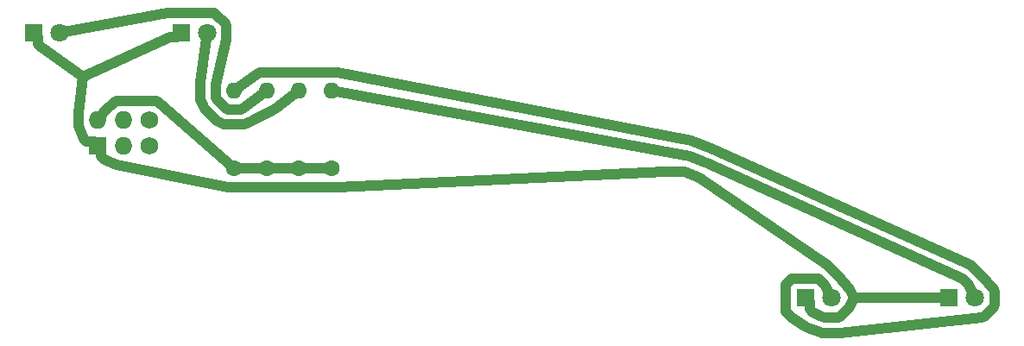
<source format=gbr>
G04 #@! TF.GenerationSoftware,KiCad,Pcbnew,(5.1.2)-1*
G04 #@! TF.CreationDate,2019-06-29T13:34:35-04:00*
G04 #@! TF.ProjectId,linecon27,6c696e65-636f-46e3-9237-2e6b69636164,rev?*
G04 #@! TF.SameCoordinates,Original*
G04 #@! TF.FileFunction,Copper,L2,Bot*
G04 #@! TF.FilePolarity,Positive*
%FSLAX46Y46*%
G04 Gerber Fmt 4.6, Leading zero omitted, Abs format (unit mm)*
G04 Created by KiCad (PCBNEW (5.1.2)-1) date 2019-06-29 13:34:35*
%MOMM*%
%LPD*%
G04 APERTURE LIST*
%ADD10R,1.727200X1.727200*%
%ADD11O,1.727200X1.727200*%
%ADD12C,1.727200*%
%ADD13O,1.600000X1.600000*%
%ADD14C,1.600000*%
%ADD15C,1.800000*%
%ADD16R,1.800000X1.800000*%
%ADD17C,1.000000*%
G04 APERTURE END LIST*
D10*
X137728000Y-100985000D03*
D11*
X137728000Y-98445000D03*
X140268000Y-100985000D03*
X140268000Y-98445000D03*
D12*
X142808000Y-100985000D03*
X142808000Y-98445000D03*
D13*
X157480000Y-95631000D03*
D14*
X157480000Y-103251000D03*
D13*
X151130000Y-95631000D03*
D14*
X151130000Y-103251000D03*
D13*
X160655000Y-95631000D03*
D14*
X160655000Y-103251000D03*
D13*
X154305000Y-95631000D03*
D14*
X154305000Y-103251000D03*
D15*
X148463000Y-89916000D03*
D16*
X145923000Y-89916000D03*
D15*
X209677000Y-115951000D03*
D16*
X207137000Y-115951000D03*
D15*
X223774000Y-115951000D03*
D16*
X221234000Y-115951000D03*
D15*
X133985000Y-89916000D03*
D16*
X131445000Y-89916000D03*
D17*
X133985000Y-89916000D02*
X144608600Y-88015500D01*
X144608600Y-88015500D02*
X145437400Y-88015500D01*
X145437400Y-88015500D02*
X149116600Y-88015500D01*
X149116600Y-88015500D02*
X149347600Y-88111200D01*
X149347600Y-88111200D02*
X150267800Y-89031400D01*
X150267800Y-89031400D02*
X150363500Y-89262400D01*
X150363500Y-89262400D02*
X150363500Y-90569600D01*
X150363500Y-90569600D02*
X149329500Y-94997300D01*
X149329500Y-94997300D02*
X149329500Y-96264700D01*
X149329500Y-96264700D02*
X149410000Y-96459000D01*
X149410000Y-96459000D02*
X150302000Y-97351000D01*
X150302000Y-97351000D02*
X150496300Y-97431500D01*
X150496300Y-97431500D02*
X151763700Y-97431500D01*
X151763700Y-97431500D02*
X151958000Y-97351000D01*
X151958000Y-97351000D02*
X154305000Y-95631000D01*
X211871500Y-115951000D02*
X211481800Y-115066400D01*
X211481800Y-115066400D02*
X210350900Y-113826200D01*
X210350900Y-113826200D02*
X209261800Y-112737100D01*
X209261800Y-112737100D02*
X196751200Y-104135600D01*
X196751200Y-104135600D02*
X195296300Y-103532900D01*
X195296300Y-103532900D02*
X193721200Y-103532900D01*
X193721200Y-103532900D02*
X193306600Y-103532900D01*
X193306600Y-103532900D02*
X161288700Y-105051500D01*
X161288700Y-105051500D02*
X160021300Y-105051500D01*
X160021300Y-105051500D02*
X150496300Y-105051500D01*
X150496300Y-105051500D02*
X139621600Y-102849100D01*
X139621600Y-102849100D02*
X138384500Y-102348600D01*
X138384500Y-102348600D02*
X138091600Y-102055700D01*
X138091600Y-102055700D02*
X138091600Y-101848600D01*
X138091600Y-101848600D02*
X138091600Y-101348600D01*
X138091600Y-101348600D02*
X137728000Y-100985000D01*
X145923000Y-89916000D02*
X145523000Y-90316000D01*
X145523000Y-90316000D02*
X145023000Y-90316000D01*
X145023000Y-90316000D02*
X144815900Y-90316000D01*
X144815900Y-90316000D02*
X136267300Y-94238800D01*
X131445000Y-89916000D02*
X131845000Y-90316000D01*
X131845000Y-90316000D02*
X131845000Y-90816000D01*
X131845000Y-90816000D02*
X131845000Y-91023100D01*
X131845000Y-91023100D02*
X132137900Y-91316000D01*
X132137900Y-91316000D02*
X136267300Y-94238800D01*
X221234000Y-115951000D02*
X220834000Y-115951000D01*
X220834000Y-115951000D02*
X220334000Y-115951000D01*
X220334000Y-115951000D02*
X211871500Y-115951000D01*
X211871500Y-115951000D02*
X211481800Y-116835600D01*
X211481800Y-116835600D02*
X210561600Y-117755800D01*
X210561600Y-117755800D02*
X210330600Y-117851500D01*
X210330600Y-117851500D02*
X209023400Y-117851500D01*
X209023400Y-117851500D02*
X208792400Y-117755800D01*
X208792400Y-117755800D02*
X207829900Y-117351000D01*
X207829900Y-117351000D02*
X207537000Y-117058100D01*
X207537000Y-117058100D02*
X207537000Y-116851000D01*
X207537000Y-116851000D02*
X207537000Y-116351000D01*
X207537000Y-116351000D02*
X207137000Y-115951000D01*
X136267300Y-94238800D02*
X135863900Y-97798600D01*
X135863900Y-97798600D02*
X135863900Y-99091400D01*
X135863900Y-99091400D02*
X136364400Y-100328500D01*
X136364400Y-100328500D02*
X136657300Y-100621400D01*
X136657300Y-100621400D02*
X136864400Y-100621400D01*
X136864400Y-100621400D02*
X137364400Y-100621400D01*
X137364400Y-100621400D02*
X137728000Y-100985000D01*
X223774000Y-115951000D02*
X223134500Y-114636600D01*
X223134500Y-114636600D02*
X222548400Y-114050500D01*
X222548400Y-114050500D02*
X197485400Y-102746100D01*
X197485400Y-102746100D02*
X197217500Y-102635100D01*
X197217500Y-102635100D02*
X195762600Y-102032400D01*
X195762600Y-102032400D02*
X160655000Y-95631000D01*
X209677000Y-115951000D02*
X209037500Y-114636600D01*
X209037500Y-114636600D02*
X208451400Y-114050500D01*
X208451400Y-114050500D02*
X206651400Y-114050500D01*
X206651400Y-114050500D02*
X205822600Y-114050500D01*
X205822600Y-114050500D02*
X205236500Y-114636600D01*
X205236500Y-114636600D02*
X205236500Y-116436600D01*
X205236500Y-116436600D02*
X205236500Y-117265400D01*
X205236500Y-117265400D02*
X205822600Y-117851500D01*
X205822600Y-117851500D02*
X207095500Y-118741000D01*
X207095500Y-118741000D02*
X207363400Y-118852000D01*
X207363400Y-118852000D02*
X208623700Y-119310700D01*
X208623700Y-119310700D02*
X208788300Y-119352000D01*
X208788300Y-119352000D02*
X210565700Y-119352000D01*
X210565700Y-119352000D02*
X224427600Y-117851500D01*
X224427600Y-117851500D02*
X224658600Y-117755800D01*
X224658600Y-117755800D02*
X225578800Y-116835600D01*
X225578800Y-116835600D02*
X225674500Y-116604600D01*
X225674500Y-116604600D02*
X225674500Y-115297400D01*
X225674500Y-115297400D02*
X225578800Y-115066400D01*
X225578800Y-115066400D02*
X224447900Y-113826200D01*
X224447900Y-113826200D02*
X223358800Y-112737100D01*
X223358800Y-112737100D02*
X198224500Y-101427700D01*
X198224500Y-101427700D02*
X197628900Y-101180700D01*
X197628900Y-101180700D02*
X196174000Y-100578000D01*
X196174000Y-100578000D02*
X195990200Y-100531900D01*
X195990200Y-100531900D02*
X161288700Y-93830500D01*
X161288700Y-93830500D02*
X154938700Y-93830500D01*
X154938700Y-93830500D02*
X153671300Y-93830500D01*
X153671300Y-93830500D02*
X153477000Y-93911000D01*
X153477000Y-93911000D02*
X151130000Y-95631000D01*
X148463000Y-89916000D02*
X147829000Y-94754600D01*
X147829000Y-94754600D02*
X147829000Y-96507400D01*
X147829000Y-96507400D02*
X147865500Y-96652900D01*
X147865500Y-96652900D02*
X148101100Y-97221200D01*
X148101100Y-97221200D02*
X148178300Y-97349800D01*
X148178300Y-97349800D02*
X149411200Y-98582700D01*
X149411200Y-98582700D02*
X149539800Y-98659900D01*
X149539800Y-98659900D02*
X150108100Y-98895500D01*
X150108100Y-98895500D02*
X150253600Y-98932000D01*
X150253600Y-98932000D02*
X152006400Y-98932000D01*
X152006400Y-98932000D02*
X152151900Y-98895500D01*
X152151900Y-98895500D02*
X152720200Y-98659900D01*
X152720200Y-98659900D02*
X155133000Y-97351000D01*
X155133000Y-97351000D02*
X157480000Y-95631000D01*
X160655000Y-103251000D02*
X157480000Y-103251000D01*
X157480000Y-103251000D02*
X154305000Y-103251000D01*
X154305000Y-103251000D02*
X151130000Y-103251000D01*
X151130000Y-103251000D02*
X143672000Y-96671000D01*
X143672000Y-96671000D02*
X143454400Y-96580900D01*
X143454400Y-96580900D02*
X140914400Y-96580900D01*
X140914400Y-96580900D02*
X139621600Y-96580900D01*
X139621600Y-96580900D02*
X139404000Y-96671000D01*
X139404000Y-96671000D02*
X138494000Y-97581000D01*
X138494000Y-97581000D02*
X137728000Y-98445000D01*
M02*

</source>
